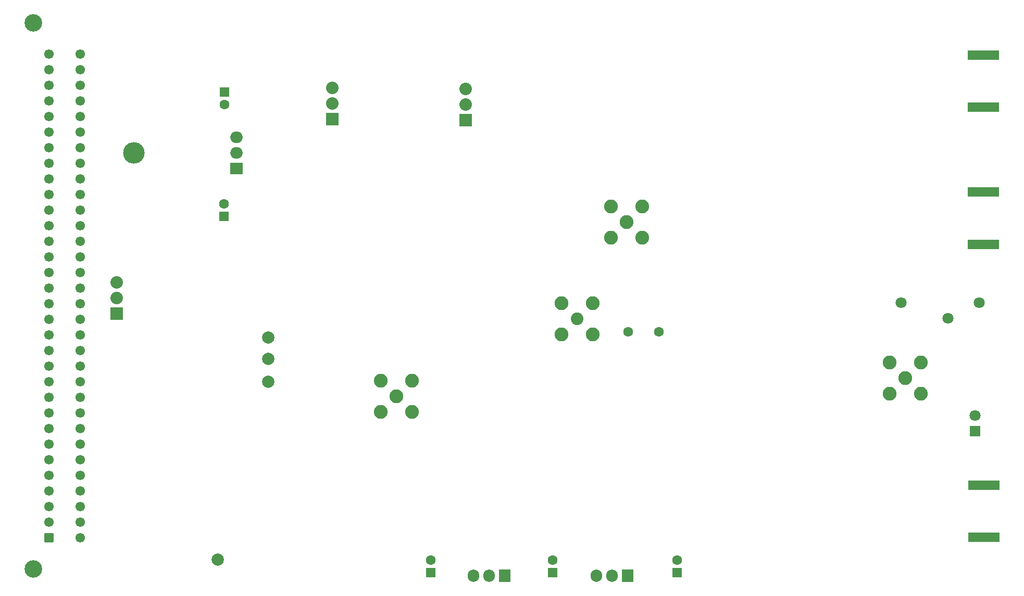
<source format=gbr>
G04 #@! TF.GenerationSoftware,KiCad,Pcbnew,(6.0.7)*
G04 #@! TF.CreationDate,2023-06-21T14:17:37+02:00*
G04 #@! TF.ProjectId,MTS_module,4d54535f-6d6f-4647-956c-652e6b696361,1.3.4*
G04 #@! TF.SameCoordinates,Original*
G04 #@! TF.FileFunction,Soldermask,Bot*
G04 #@! TF.FilePolarity,Negative*
%FSLAX46Y46*%
G04 Gerber Fmt 4.6, Leading zero omitted, Abs format (unit mm)*
G04 Created by KiCad (PCBNEW (6.0.7)) date 2023-06-21 14:17:37*
%MOMM*%
%LPD*%
G01*
G04 APERTURE LIST*
G04 Aperture macros list*
%AMRoundRect*
0 Rectangle with rounded corners*
0 $1 Rounding radius*
0 $2 $3 $4 $5 $6 $7 $8 $9 X,Y pos of 4 corners*
0 Add a 4 corners polygon primitive as box body*
4,1,4,$2,$3,$4,$5,$6,$7,$8,$9,$2,$3,0*
0 Add four circle primitives for the rounded corners*
1,1,$1+$1,$2,$3*
1,1,$1+$1,$4,$5*
1,1,$1+$1,$6,$7*
1,1,$1+$1,$8,$9*
0 Add four rect primitives between the rounded corners*
20,1,$1+$1,$2,$3,$4,$5,0*
20,1,$1+$1,$4,$5,$6,$7,0*
20,1,$1+$1,$6,$7,$8,$9,0*
20,1,$1+$1,$8,$9,$2,$3,0*%
G04 Aperture macros list end*
%ADD10C,2.850000*%
%ADD11RoundRect,0.249999X0.525001X-0.525001X0.525001X0.525001X-0.525001X0.525001X-0.525001X-0.525001X0*%
%ADD12C,1.550000*%
%ADD13C,1.600000*%
%ADD14R,1.600000X1.600000*%
%ADD15R,1.800000X1.800000*%
%ADD16C,1.800000*%
%ADD17C,2.250000*%
%ADD18C,2.000000*%
%ADD19R,1.905000X2.000000*%
%ADD20O,1.905000X2.000000*%
%ADD21R,5.080000X1.500000*%
%ADD22R,2.032000X2.032000*%
%ADD23C,2.032000*%
%ADD24O,3.500000X3.500000*%
%ADD25R,2.000000X1.905000*%
%ADD26O,2.000000X1.905000*%
%ADD27C,2.050000*%
G04 APERTURE END LIST*
D10*
X82860000Y-139380000D03*
X82860000Y-50480000D03*
D11*
X85400000Y-134300000D03*
D12*
X85400000Y-131760000D03*
X85400000Y-129220000D03*
X85400000Y-126680000D03*
X85400000Y-124140000D03*
X85400000Y-121600000D03*
X85400000Y-119060000D03*
X85400000Y-116520000D03*
X85400000Y-113980000D03*
X85400000Y-111440000D03*
X85400000Y-108900000D03*
X85400000Y-106360000D03*
X85400000Y-103820000D03*
X85400000Y-101280000D03*
X85400000Y-98740000D03*
X85400000Y-96200000D03*
X85400000Y-93660000D03*
X85400000Y-91120000D03*
X85400000Y-88580000D03*
X85400000Y-86040000D03*
X85400000Y-83500000D03*
X85400000Y-80960000D03*
X85400000Y-78420000D03*
X85400000Y-75880000D03*
X85400000Y-73340000D03*
X85400000Y-70800000D03*
X85400000Y-68260000D03*
X85400000Y-65720000D03*
X85400000Y-63180000D03*
X85400000Y-60640000D03*
X85400000Y-58100000D03*
X85400000Y-55560000D03*
X90480000Y-134300000D03*
X90480000Y-131760000D03*
X90480000Y-129220000D03*
X90480000Y-126680000D03*
X90480000Y-124140000D03*
X90480000Y-121600000D03*
X90480000Y-119060000D03*
X90480000Y-116520000D03*
X90480000Y-113980000D03*
X90480000Y-111440000D03*
X90480000Y-108900000D03*
X90480000Y-106360000D03*
X90480000Y-103820000D03*
X90480000Y-101280000D03*
X90480000Y-98740000D03*
X90480000Y-96200000D03*
X90480000Y-93660000D03*
X90480000Y-91120000D03*
X90480000Y-88580000D03*
X90480000Y-86040000D03*
X90480000Y-83500000D03*
X90480000Y-80960000D03*
X90480000Y-78420000D03*
X90480000Y-75880000D03*
X90480000Y-73340000D03*
X90480000Y-70800000D03*
X90480000Y-68260000D03*
X90480000Y-65720000D03*
X90480000Y-63180000D03*
X90480000Y-60640000D03*
X90480000Y-58100000D03*
X90480000Y-55560000D03*
D13*
X184600000Y-100800000D03*
X179600000Y-100800000D03*
D14*
X187500000Y-140000000D03*
D13*
X187500000Y-138000000D03*
D14*
X167300000Y-140000000D03*
D13*
X167300000Y-138000000D03*
D14*
X147500000Y-140000000D03*
D13*
X147500000Y-138000000D03*
D14*
X113900000Y-82000000D03*
D13*
X113900000Y-80000000D03*
D15*
X236000000Y-117000000D03*
D16*
X236000000Y-114460000D03*
D17*
X141900000Y-111300000D03*
X144440000Y-113840000D03*
X144440000Y-108760000D03*
X139360000Y-108760000D03*
X139360000Y-113840000D03*
D18*
X112900000Y-137900000D03*
D19*
X179500000Y-140500000D03*
D20*
X176960000Y-140500000D03*
X174420000Y-140500000D03*
D19*
X159500000Y-140500000D03*
D20*
X156960000Y-140500000D03*
X154420000Y-140500000D03*
D21*
X237300000Y-78050000D03*
X237300000Y-86550000D03*
D17*
X179300000Y-82900000D03*
X181840000Y-80360000D03*
X176760000Y-85440000D03*
X181840000Y-85440000D03*
X176760000Y-80360000D03*
D16*
X223925000Y-96100000D03*
X231545000Y-98640000D03*
X236625000Y-96100000D03*
D21*
X237300000Y-55750000D03*
X237300000Y-64250000D03*
X237400000Y-134250000D03*
X237400000Y-125750000D03*
D22*
X131500000Y-66140000D03*
D23*
X131500000Y-63600000D03*
X131500000Y-61060000D03*
D22*
X96400000Y-97800000D03*
D23*
X96400000Y-95260000D03*
X96400000Y-92720000D03*
D24*
X99240000Y-71660000D03*
D25*
X115900000Y-74200000D03*
D26*
X115900000Y-71660000D03*
X115900000Y-69120000D03*
D27*
X171300000Y-98700000D03*
D17*
X173840000Y-101240000D03*
X168760000Y-101240000D03*
X168760000Y-96160000D03*
X173840000Y-96160000D03*
D22*
X153200000Y-66340000D03*
D23*
X153200000Y-63800000D03*
X153200000Y-61260000D03*
D17*
X224600000Y-108300000D03*
X222060000Y-110840000D03*
X222060000Y-105760000D03*
X227140000Y-110840000D03*
X227140000Y-105760000D03*
D14*
X114000000Y-61800000D03*
D13*
X114000000Y-63800000D03*
D18*
X121100000Y-105205200D03*
X121100000Y-108888200D03*
X121100000Y-101700000D03*
M02*

</source>
